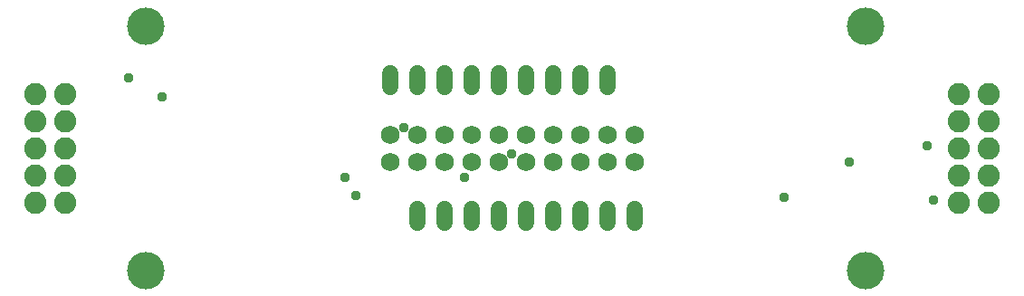
<source format=gbr>
G04 EAGLE Gerber RS-274X export*
G75*
%MOMM*%
%FSLAX34Y34*%
%LPD*%
%INSoldermask Bottom*%
%IPPOS*%
%AMOC8*
5,1,8,0,0,1.08239X$1,22.5*%
G01*
%ADD10C,1.733200*%
%ADD11C,2.082800*%
%ADD12C,1.524000*%
%ADD13C,3.505200*%
%ADD14C,0.959600*%


D10*
X393700Y139700D03*
X393700Y165100D03*
X419100Y139700D03*
X419100Y165100D03*
X444500Y139700D03*
X444500Y165100D03*
X469900Y139700D03*
X469900Y165100D03*
X495300Y139700D03*
X495300Y165100D03*
X520700Y139700D03*
X520700Y165100D03*
X546100Y139700D03*
X546100Y165100D03*
X571500Y139700D03*
X571500Y165100D03*
X596900Y139700D03*
X596900Y165100D03*
X622300Y139700D03*
X622300Y165100D03*
D11*
X62230Y203200D03*
X90170Y203200D03*
X62230Y177800D03*
X90170Y177800D03*
X62230Y152400D03*
X90170Y152400D03*
X62230Y127000D03*
X90170Y127000D03*
X62230Y101600D03*
X90170Y101600D03*
X953770Y101600D03*
X925830Y101600D03*
X953770Y127000D03*
X925830Y127000D03*
X953770Y152400D03*
X925830Y152400D03*
X953770Y177800D03*
X925830Y177800D03*
X953770Y203200D03*
X925830Y203200D03*
D12*
X393700Y209296D02*
X393700Y222504D01*
X419100Y222504D02*
X419100Y209296D01*
X444500Y209296D02*
X444500Y222504D01*
X469900Y222504D02*
X469900Y209296D01*
X495300Y209296D02*
X495300Y222504D01*
X520700Y222504D02*
X520700Y209296D01*
X546100Y209296D02*
X546100Y222504D01*
X571500Y222504D02*
X571500Y209296D01*
X596900Y209296D02*
X596900Y222504D01*
X622300Y95504D02*
X622300Y82296D01*
X596900Y82296D02*
X596900Y95504D01*
X571500Y95504D02*
X571500Y82296D01*
X546100Y82296D02*
X546100Y95504D01*
X520700Y95504D02*
X520700Y82296D01*
X495300Y82296D02*
X495300Y95504D01*
X469900Y95504D02*
X469900Y82296D01*
X444500Y82296D02*
X444500Y95504D01*
X419100Y95504D02*
X419100Y82296D01*
D13*
X165100Y38100D03*
X165100Y266700D03*
X838200Y266700D03*
X838200Y38100D03*
D14*
X361696Y107696D03*
X149352Y218440D03*
X902208Y103632D03*
X351536Y124968D03*
X896112Y154432D03*
X822960Y139192D03*
X463296Y124968D03*
X180848Y200152D03*
X406400Y171704D03*
X506984Y147320D03*
X762000Y106680D03*
M02*

</source>
